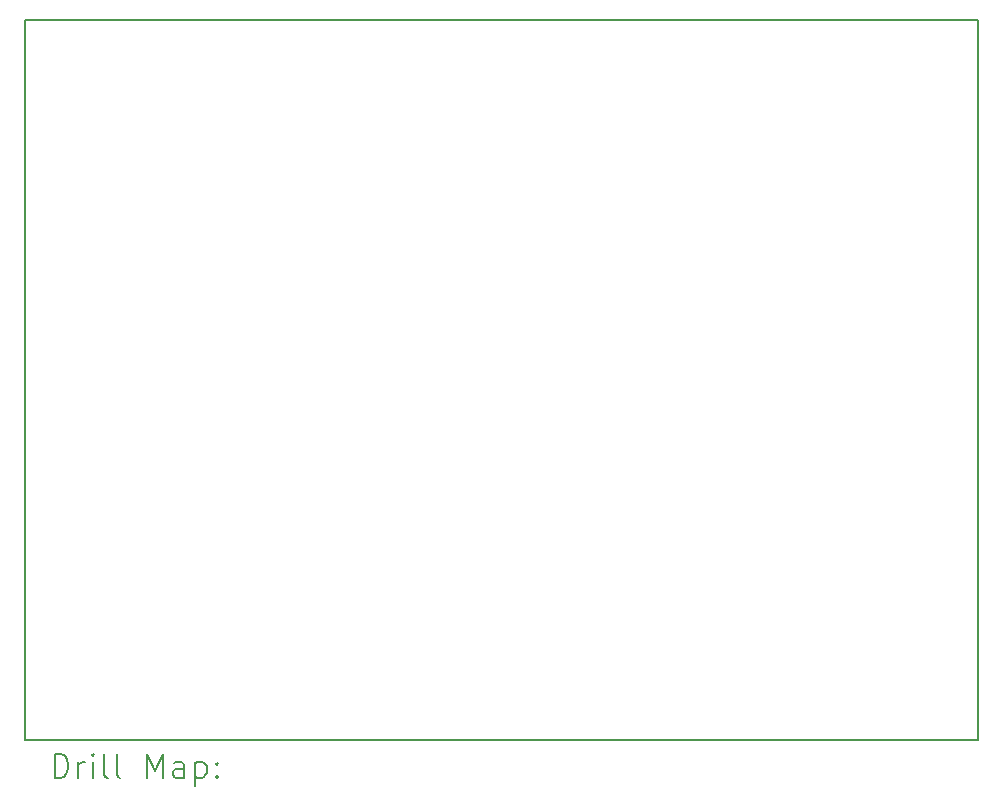
<source format=gbr>
%TF.GenerationSoftware,KiCad,Pcbnew,8.0.0*%
%TF.CreationDate,2024-03-01T13:17:00-07:00*%
%TF.ProjectId,2023IdealDiode,32303233-4964-4656-916c-44696f64652e,rev?*%
%TF.SameCoordinates,Original*%
%TF.FileFunction,Drillmap*%
%TF.FilePolarity,Positive*%
%FSLAX45Y45*%
G04 Gerber Fmt 4.5, Leading zero omitted, Abs format (unit mm)*
G04 Created by KiCad (PCBNEW 8.0.0) date 2024-03-01 13:17:00*
%MOMM*%
%LPD*%
G01*
G04 APERTURE LIST*
%ADD10C,0.200000*%
G04 APERTURE END LIST*
D10*
X27876500Y-22161500D02*
X35941000Y-22161500D01*
X35941000Y-28257500D01*
X27876500Y-28257500D01*
X27876500Y-22161500D01*
X28127277Y-28578984D02*
X28127277Y-28378984D01*
X28127277Y-28378984D02*
X28174896Y-28378984D01*
X28174896Y-28378984D02*
X28203467Y-28388508D01*
X28203467Y-28388508D02*
X28222515Y-28407555D01*
X28222515Y-28407555D02*
X28232039Y-28426603D01*
X28232039Y-28426603D02*
X28241562Y-28464698D01*
X28241562Y-28464698D02*
X28241562Y-28493269D01*
X28241562Y-28493269D02*
X28232039Y-28531365D01*
X28232039Y-28531365D02*
X28222515Y-28550412D01*
X28222515Y-28550412D02*
X28203467Y-28569460D01*
X28203467Y-28569460D02*
X28174896Y-28578984D01*
X28174896Y-28578984D02*
X28127277Y-28578984D01*
X28327277Y-28578984D02*
X28327277Y-28445650D01*
X28327277Y-28483746D02*
X28336801Y-28464698D01*
X28336801Y-28464698D02*
X28346324Y-28455174D01*
X28346324Y-28455174D02*
X28365372Y-28445650D01*
X28365372Y-28445650D02*
X28384420Y-28445650D01*
X28451086Y-28578984D02*
X28451086Y-28445650D01*
X28451086Y-28378984D02*
X28441562Y-28388508D01*
X28441562Y-28388508D02*
X28451086Y-28398031D01*
X28451086Y-28398031D02*
X28460610Y-28388508D01*
X28460610Y-28388508D02*
X28451086Y-28378984D01*
X28451086Y-28378984D02*
X28451086Y-28398031D01*
X28574896Y-28578984D02*
X28555848Y-28569460D01*
X28555848Y-28569460D02*
X28546324Y-28550412D01*
X28546324Y-28550412D02*
X28546324Y-28378984D01*
X28679658Y-28578984D02*
X28660610Y-28569460D01*
X28660610Y-28569460D02*
X28651086Y-28550412D01*
X28651086Y-28550412D02*
X28651086Y-28378984D01*
X28908229Y-28578984D02*
X28908229Y-28378984D01*
X28908229Y-28378984D02*
X28974896Y-28521841D01*
X28974896Y-28521841D02*
X29041562Y-28378984D01*
X29041562Y-28378984D02*
X29041562Y-28578984D01*
X29222515Y-28578984D02*
X29222515Y-28474222D01*
X29222515Y-28474222D02*
X29212991Y-28455174D01*
X29212991Y-28455174D02*
X29193943Y-28445650D01*
X29193943Y-28445650D02*
X29155848Y-28445650D01*
X29155848Y-28445650D02*
X29136801Y-28455174D01*
X29222515Y-28569460D02*
X29203467Y-28578984D01*
X29203467Y-28578984D02*
X29155848Y-28578984D01*
X29155848Y-28578984D02*
X29136801Y-28569460D01*
X29136801Y-28569460D02*
X29127277Y-28550412D01*
X29127277Y-28550412D02*
X29127277Y-28531365D01*
X29127277Y-28531365D02*
X29136801Y-28512317D01*
X29136801Y-28512317D02*
X29155848Y-28502793D01*
X29155848Y-28502793D02*
X29203467Y-28502793D01*
X29203467Y-28502793D02*
X29222515Y-28493269D01*
X29317753Y-28445650D02*
X29317753Y-28645650D01*
X29317753Y-28455174D02*
X29336801Y-28445650D01*
X29336801Y-28445650D02*
X29374896Y-28445650D01*
X29374896Y-28445650D02*
X29393943Y-28455174D01*
X29393943Y-28455174D02*
X29403467Y-28464698D01*
X29403467Y-28464698D02*
X29412991Y-28483746D01*
X29412991Y-28483746D02*
X29412991Y-28540888D01*
X29412991Y-28540888D02*
X29403467Y-28559936D01*
X29403467Y-28559936D02*
X29393943Y-28569460D01*
X29393943Y-28569460D02*
X29374896Y-28578984D01*
X29374896Y-28578984D02*
X29336801Y-28578984D01*
X29336801Y-28578984D02*
X29317753Y-28569460D01*
X29498705Y-28559936D02*
X29508229Y-28569460D01*
X29508229Y-28569460D02*
X29498705Y-28578984D01*
X29498705Y-28578984D02*
X29489182Y-28569460D01*
X29489182Y-28569460D02*
X29498705Y-28559936D01*
X29498705Y-28559936D02*
X29498705Y-28578984D01*
X29498705Y-28455174D02*
X29508229Y-28464698D01*
X29508229Y-28464698D02*
X29498705Y-28474222D01*
X29498705Y-28474222D02*
X29489182Y-28464698D01*
X29489182Y-28464698D02*
X29498705Y-28455174D01*
X29498705Y-28455174D02*
X29498705Y-28474222D01*
M02*

</source>
